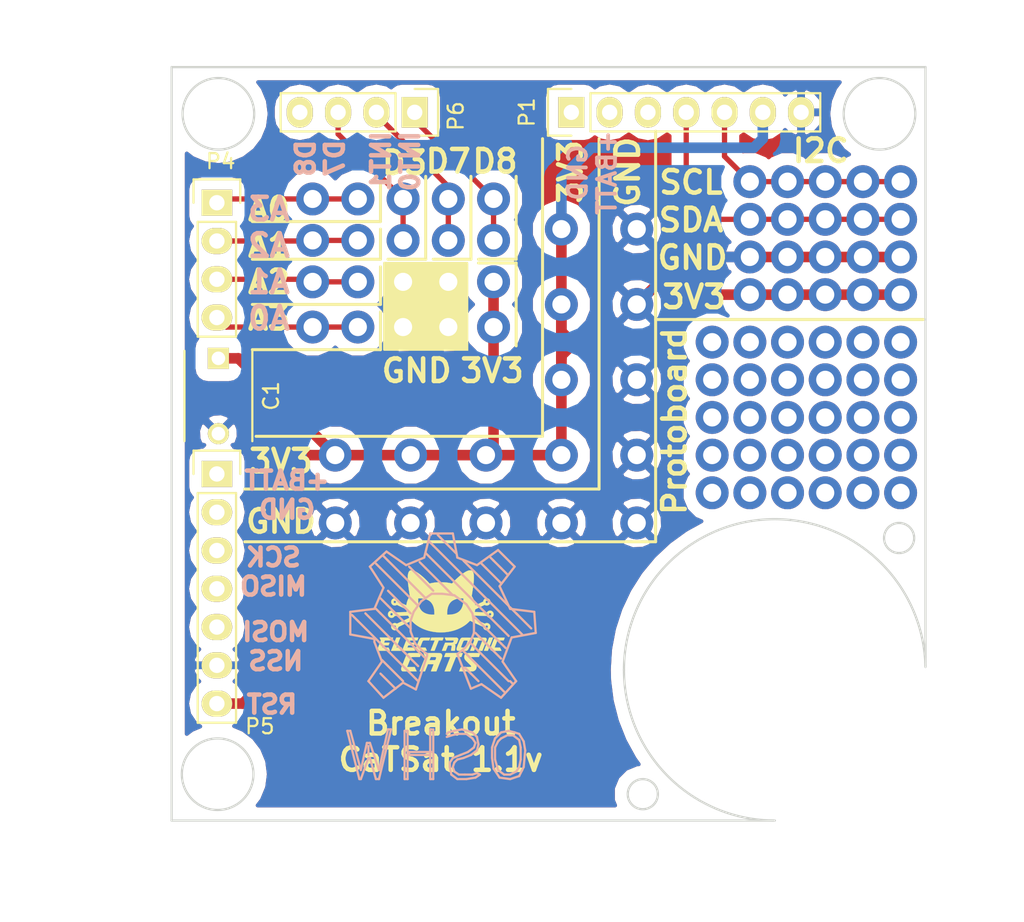
<source format=kicad_pcb>
(kicad_pcb (version 20171130) (host pcbnew "(5.0.0-3-g5ebb6b6)")
  (title_block (title CatSat) (date 2016-10-16) (rev 0.02) (company "Electronic Cats") (comment 1 "Eduardo Contreras"))
  (layers (0 F.Cu signal) (31 B.Cu signal) (34 B.Paste user) (35 F.Paste user) (36 B.SilkS user) (37 F.SilkS user) (38 B.Mask user) (39 F.Mask user) (44 Edge.Cuts user))
  (net 0 "")
  (net 1 GND)
  (net 2 +BATT)
  (net 3 /SCL)
  (net 4 /SDA)
  (net 5 /S_RX)
  (net 6 /S_TX)
  (net 7 /DHT/D6)
  (net 8 /A3)
  (net 9 /A2)
  (net 10 /A1)
  (net 11 /A0)
  (net 12 /SCK)
  (net 13 /MISO)
  (net 14 /MOSI)
  (net 15 /NSS)
  (net 16 /RST)
  (net 17 /INT0)
  (net 18 /INT1)
  (net 19 /D7)
  (net 20 /D8)
  (module CatSat:Pin (layer F.Cu) (at 150 92.5)
    (fp_text reference REF** hide)
    (fp_text value Pin hide)
    (pad 1 thru_hole circle (at 0 0) (size 2.1844 2.1844) (drill 1.2) (layers *.Cu *.Mask))
  )
  (module CatSat:Pin (layer F.Cu) (at 152.5 92.5)
    (fp_text reference REF** hide)
    (fp_text value Pin hide)
    (pad 1 thru_hole circle (at 0 0) (size 2.1844 2.1844) (drill 1.2) (layers *.Cu *.Mask))
  )
  (module Symbols:Symbol_OSHW-Logo_SilkScreen_BIG (layer B.Cu) (at 132 92 180)
    (fp_text reference REF**)
    (fp_text value Symbol_OSHW-Logo_SilkScreen_BIG)
  )
  (module CatSat:Pin (layer F.Cu) (at 145 85)
    (fp_text reference J29 hide)
    (fp_text value D7 hide)
    (pad 1 thru_hole circle (at 0 0) (size 2.1844 2.1844) (drill 1.2) (layers *.Cu *.Mask) (net 1 GND))
  )
  (module CatSat:Pin (layer F.Cu) (at 145 90)
    (fp_text reference J29 hide)
    (fp_text value D7 hide)
    (pad 1 thru_hole circle (at 0 0) (size 2.1844 2.1844) (drill 1.2) (layers *.Cu *.Mask) (net 1 GND))
  )
  (module CatSat:Pin (layer F.Cu) (at 145 95)
    (fp_text reference J29 hide)
    (fp_text value D7 hide)
    (pad 1 thru_hole circle (at 0 0) (size 2.1844 2.1844) (drill 1.2) (layers *.Cu *.Mask) (net 1 GND))
  )
  (module CatSat:Pin (layer F.Cu) (at 145 100)
    (fp_text reference J29 hide)
    (fp_text value D7 hide)
    (pad 1 thru_hole circle (at 0 0) (size 2.1844 2.1844) (drill 1.2) (layers *.Cu *.Mask) (net 1 GND))
  )
  (module CatSat:Pin (layer F.Cu) (at 145 104.5)
    (fp_text reference J29 hide)
    (fp_text value D7 hide)
    (pad 1 thru_hole circle (at 0 0) (size 2.1844 2.1844) (drill 1.2) (layers *.Cu *.Mask) (net 1 GND))
  )
  (module CatSat:Pin (layer F.Cu) (at 140 104.5)
    (fp_text reference J29 hide)
    (fp_text value D7 hide)
    (pad 1 thru_hole circle (at 0 0) (size 2.1844 2.1844) (drill 1.2) (layers *.Cu *.Mask) (net 1 GND))
  )
  (module CatSat:Pin (layer F.Cu) (at 135 104.5)
    (fp_text reference J29 hide)
    (fp_text value D7 hide)
    (pad 1 thru_hole circle (at 0 0) (size 2.1844 2.1844) (drill 1.2) (layers *.Cu *.Mask) (net 1 GND))
  )
  (module CatSat:Pin (layer F.Cu) (at 130 104.5)
    (fp_text reference J29 hide)
    (fp_text value D7 hide)
    (pad 1 thru_hole circle (at 0 0) (size 2.1844 2.1844) (drill 1.2) (layers *.Cu *.Mask) (net 1 GND))
  )
  (module CatSat:Pin (layer F.Cu) (at 140 85)
    (fp_text reference J14 hide)
    (fp_text value D7 hide)
    (pad 1 thru_hole circle (at 0 0) (size 2.1844 2.1844) (drill 1.2) (layers *.Cu *.Mask) (net 2 +BATT))
  )
  (module CatSat:Pin (layer F.Cu) (at 140 90)
    (fp_text reference J14 hide)
    (fp_text value D7 hide)
    (pad 1 thru_hole circle (at 0 0) (size 2.1844 2.1844) (drill 1.2) (layers *.Cu *.Mask) (net 2 +BATT))
  )
  (module CatSat:Pin (layer F.Cu) (at 140 95)
    (fp_text reference J14 hide)
    (fp_text value D7 hide)
    (pad 1 thru_hole circle (at 0 0) (size 2.1844 2.1844) (drill 1.2) (layers *.Cu *.Mask) (net 2 +BATT))
  )
  (module CatSat:Pin (layer F.Cu) (at 140 100)
    (fp_text reference J14 hide)
    (fp_text value D7 hide)
    (pad 1 thru_hole circle (at 0 0) (size 2.1844 2.1844) (drill 1.2) (layers *.Cu *.Mask) (net 2 +BATT))
  )
  (module CatSat:Pin (layer F.Cu) (at 135 100)
    (fp_text reference J14 hide)
    (fp_text value D7 hide)
    (pad 1 thru_hole circle (at 0 0) (size 2.1844 2.1844) (drill 1.2) (layers *.Cu *.Mask) (net 2 +BATT))
  )
  (module CatSat:Pin (layer F.Cu) (at 152.5 95 90)
    (fp_text reference REF** hide)
    (fp_text value Pin hide)
    (pad 1 thru_hole circle (at 0 0 90) (size 2.1844 2.1844) (drill 1.2) (layers *.Cu *.Mask))
  )
  (module CatSat:Pin (layer F.Cu) (at 152.5 97.5 90)
    (fp_text reference REF** hide)
    (fp_text value Pin hide)
    (pad 1 thru_hole circle (at 0 0 90) (size 2.1844 2.1844) (drill 1.2) (layers *.Cu *.Mask))
  )
  (module CatSat:Pin (layer F.Cu) (at 152.5 100 90)
    (fp_text reference REF** hide)
    (fp_text value Pin hide)
    (pad 1 thru_hole circle (at 0 0 90) (size 2.1844 2.1844) (drill 1.2) (layers *.Cu *.Mask))
  )
  (module CatSat:Pin (layer F.Cu) (at 152.5 102.5 90)
    (fp_text reference REF** hide)
    (fp_text value Pin hide)
    (pad 1 thru_hole circle (at 0 0 90) (size 2.1844 2.1844) (drill 1.2) (layers *.Cu *.Mask))
  )
  (module CatSat:Pin (layer F.Cu) (at 155 100)
    (fp_text reference REF** hide)
    (fp_text value Pin hide)
    (pad 1 thru_hole circle (at 0 0) (size 2.1844 2.1844) (drill 1.2) (layers *.Cu *.Mask))
  )
  (module CatSat:Pin (layer F.Cu) (at 157.5 100)
    (fp_text reference REF** hide)
    (fp_text value Pin hide)
    (pad 1 thru_hole circle (at 0 0) (size 2.1844 2.1844) (drill 1.2) (layers *.Cu *.Mask))
  )
  (module CatSat:Pin (layer F.Cu) (at 162.5 102.5)
    (fp_text reference REF** hide)
    (fp_text value Pin hide)
    (pad 1 thru_hole circle (at 0 0) (size 2.1844 2.1844) (drill 1.2) (layers *.Cu *.Mask))
  )
  (module CatSat:Pin (layer F.Cu) (at 160 102.5)
    (fp_text reference REF** hide)
    (fp_text value Pin hide)
    (pad 1 thru_hole circle (at 0 0) (size 2.1844 2.1844) (drill 1.2) (layers *.Cu *.Mask))
  )
  (module CatSat:Pin (layer F.Cu) (at 157.5 102.5)
    (fp_text reference REF** hide)
    (fp_text value Pin hide)
    (pad 1 thru_hole circle (at 0 0) (size 2.1844 2.1844) (drill 1.2) (layers *.Cu *.Mask))
  )
  (module CatSat:Pin (layer F.Cu) (at 155 102.5)
    (fp_text reference REF** hide)
    (fp_text value Pin hide)
    (pad 1 thru_hole circle (at 0 0) (size 2.1844 2.1844) (drill 1.2) (layers *.Cu *.Mask))
  )
  (module CatSat:Pin (layer F.Cu) (at 160 100)
    (fp_text reference REF** hide)
    (fp_text value Pin hide)
    (pad 1 thru_hole circle (at 0 0) (size 2.1844 2.1844) (drill 1.2) (layers *.Cu *.Mask))
  )
  (module CatSat:Pin (layer F.Cu) (at 162.5 100)
    (fp_text reference REF** hide)
    (fp_text value Pin hide)
    (pad 1 thru_hole circle (at 0 0) (size 2.1844 2.1844) (drill 1.2) (layers *.Cu *.Mask))
  )
  (module CatSat:Pin (layer F.Cu) (at 152.5 89.35)
    (fp_text reference J13 hide)
    (fp_text value D7 hide)
    (pad 1 thru_hole circle (at 0 0) (size 2.1844 2.1844) (drill 1.2) (layers *.Cu *.Mask) (net 2 +BATT))
  )
  (module CatSat:Pin (layer F.Cu) (at 155 89.35)
    (fp_text reference J13 hide)
    (fp_text value D7 hide)
    (pad 1 thru_hole circle (at 0 0) (size 2.1844 2.1844) (drill 1.2) (layers *.Cu *.Mask) (net 2 +BATT))
  )
  (module CatSat:Pin (layer F.Cu) (at 157.5 89.35)
    (fp_text reference J13 hide)
    (fp_text value D7 hide)
    (pad 1 thru_hole circle (at 0 0) (size 2.1844 2.1844) (drill 1.2) (layers *.Cu *.Mask) (net 2 +BATT))
  )
  (module CatSat:Pin (layer F.Cu) (at 160 89.35)
    (fp_text reference J13 hide)
    (fp_text value D7 hide)
    (pad 1 thru_hole circle (at 0 0) (size 2.1844 2.1844) (drill 1.2) (layers *.Cu *.Mask) (net 2 +BATT))
  )
  (module CatSat:Pin (layer F.Cu) (at 162.5 89.35)
    (fp_text reference J13 hide)
    (fp_text value D7 hide)
    (pad 1 thru_hole circle (at 0 0) (size 2.1844 2.1844) (drill 1.2) (layers *.Cu *.Mask) (net 2 +BATT))
  )
  (module CatSat:Pin (layer F.Cu) (at 152.5 86.85)
    (fp_text reference J28 hide)
    (fp_text value D7 hide)
    (pad 1 thru_hole circle (at 0 0) (size 2.1844 2.1844) (drill 1.2) (layers *.Cu *.Mask) (net 1 GND))
  )
  (module CatSat:Pin (layer F.Cu) (at 155 86.85)
    (fp_text reference J28 hide)
    (fp_text value D7 hide)
    (pad 1 thru_hole circle (at 0 0) (size 2.1844 2.1844) (drill 1.2) (layers *.Cu *.Mask) (net 1 GND))
  )
  (module CatSat:Pin (layer F.Cu) (at 157.5 86.85)
    (fp_text reference J28 hide)
    (fp_text value D7 hide)
    (pad 1 thru_hole circle (at 0 0) (size 2.1844 2.1844) (drill 1.2) (layers *.Cu *.Mask) (net 1 GND))
  )
  (module CatSat:Pin (layer F.Cu) (at 160 86.85)
    (fp_text reference J28 hide)
    (fp_text value D7 hide)
    (pad 1 thru_hole circle (at 0 0) (size 2.1844 2.1844) (drill 1.2) (layers *.Cu *.Mask) (net 1 GND))
  )
  (module CatSat:Pin (layer F.Cu) (at 132.5 88.5)
    (fp_text reference J27 hide)
    (fp_text value D7 hide)
    (pad 1 thru_hole circle (at 0 0) (size 2.1844 2.1844) (drill 1.2) (layers *.Cu *.Mask) (net 1 GND))
  )
  (module CatSat:Pin (layer F.Cu) (at 132.5 91.5)
    (fp_text reference J27 hide)
    (fp_text value D7 hide)
    (pad 1 thru_hole circle (at 0 0) (size 2.1844 2.1844) (drill 1.2) (layers *.Cu *.Mask) (net 1 GND))
  )
  (module CatSat:Pin (layer F.Cu) (at 130 100)
    (fp_text reference J14 hide)
    (fp_text value D7 hide)
    (pad 1 thru_hole circle (at 0 0) (size 2.1844 2.1844) (drill 1.2) (layers *.Cu *.Mask) (net 2 +BATT))
  )
  (module CatSat:Pin (layer F.Cu) (at 162.5 95)
    (fp_text reference REF** hide)
    (fp_text value Pin hide)
    (pad 1 thru_hole circle (at 0 0) (size 2.1844 2.1844) (drill 1.2) (layers *.Cu *.Mask))
  )
  (module CatSat:Pin (layer F.Cu) (at 162.5 97.5)
    (fp_text reference REF** hide)
    (fp_text value Pin hide)
    (pad 1 thru_hole circle (at 0 0) (size 2.1844 2.1844) (drill 1.2) (layers *.Cu *.Mask))
  )
  (module CatSat:Pin (layer F.Cu) (at 150 95 90)
    (fp_text reference REF** hide)
    (fp_text value Pin hide)
    (pad 1 thru_hole circle (at 0 0 90) (size 2.1844 2.1844) (drill 1.2) (layers *.Cu *.Mask))
  )
  (module CatSat:Pin (layer F.Cu) (at 162.5 92.5)
    (fp_text reference REF** hide)
    (fp_text value Pin hide)
    (pad 1 thru_hole circle (at 0 0) (size 2.1844 2.1844) (drill 1.2) (layers *.Cu *.Mask))
  )
  (module CatSat:Pin (layer F.Cu) (at 160 92.5)
    (fp_text reference REF** hide)
    (fp_text value Pin hide)
    (pad 1 thru_hole circle (at 0 0) (size 2.1844 2.1844) (drill 1.2) (layers *.Cu *.Mask))
  )
  (module CatSat:Pin (layer F.Cu) (at 157.5 92.5)
    (fp_text reference REF** hide)
    (fp_text value Pin hide)
    (pad 1 thru_hole circle (at 0 0) (size 2.1844 2.1844) (drill 1.2) (layers *.Cu *.Mask))
  )
  (module CatSat:Pin (layer F.Cu) (at 155 92.5)
    (fp_text reference REF** hide)
    (fp_text value Pin hide)
    (pad 1 thru_hole circle (at 0 0) (size 2.1844 2.1844) (drill 1.2) (layers *.Cu *.Mask))
  )
  (module CatSat:Pin (layer F.Cu) (at 150 100 90)
    (fp_text reference REF** hide)
    (fp_text value Pin hide)
    (pad 1 thru_hole circle (at 0 0 90) (size 2.1844 2.1844) (drill 1.2) (layers *.Cu *.Mask))
  )
  (module CatSat:Pin (layer F.Cu) (at 150 102.5 90)
    (fp_text reference REF** hide)
    (fp_text value Pin hide)
    (pad 1 thru_hole circle (at 0 0 90) (size 2.1844 2.1844) (drill 1.2) (layers *.Cu *.Mask))
  )
  (module CatSat:Pin (layer F.Cu) (at 150 97.5 90)
    (fp_text reference REF** hide)
    (fp_text value Pin hide)
    (pad 1 thru_hole circle (at 0 0 90) (size 2.1844 2.1844) (drill 1.2) (layers *.Cu *.Mask))
  )
  (module CatSat:Pin (layer F.Cu) (at 160 97.5)
    (fp_text reference REF** hide)
    (fp_text value Pin hide)
    (pad 1 thru_hole circle (at 0 0) (size 2.1844 2.1844) (drill 1.2) (layers *.Cu *.Mask))
  )
  (module CatSat:Pin (layer F.Cu) (at 157.5 97.5)
    (fp_text reference REF** hide)
    (fp_text value Pin hide)
    (pad 1 thru_hole circle (at 0 0) (size 2.1844 2.1844) (drill 1.2) (layers *.Cu *.Mask))
  )
  (module CatSat:Pin (layer F.Cu) (at 155 97.5)
    (fp_text reference REF** hide)
    (fp_text value Pin hide)
    (pad 1 thru_hole circle (at 0 0) (size 2.1844 2.1844) (drill 1.2) (layers *.Cu *.Mask))
  )
  (module CatSat:Pin (layer F.Cu) (at 160 95)
    (fp_text reference REF** hide)
    (fp_text value Pin hide)
    (pad 1 thru_hole circle (at 0 0) (size 2.1844 2.1844) (drill 1.2) (layers *.Cu *.Mask))
  )
  (module CatSat:Pin (layer F.Cu) (at 157.5 95)
    (fp_text reference REF** hide)
    (fp_text value Pin hide)
    (pad 1 thru_hole circle (at 0 0) (size 2.1844 2.1844) (drill 1.2) (layers *.Cu *.Mask))
  )
  (module Pin_Headers:Pin_Header_Straight_1x04 (layer F.Cu) (at 130.27 77.25 270)
    (fp_text reference P6 (at 0.25 -2.73 270) (layer F.SilkS))
    (fp_text value Conn_01x04_Male)
    (pad 1 thru_hole rect (at 0 0 270) (size 2.032 1.7272) (drill 1.016) (layers *.Cu *.Mask F.SilkS) (net 20 /D8))
    (pad 2 thru_hole oval (at 0 2.54 270) (size 2.032 1.7272) (drill 1.016) (layers *.Cu *.Mask F.SilkS) (net 19 /D7))
    (pad 3 thru_hole oval (at 0 5.08 270) (size 2.032 1.7272) (drill 1.016) (layers *.Cu *.Mask F.SilkS) (net 18 /INT1))
    (pad 4 thru_hole oval (at 0 7.62 270) (size 2.032 1.7272) (drill 1.016) (layers *.Cu *.Mask F.SilkS) (net 17 /INT0))
  )
  (module Pin_Headers:Pin_Header_Straight_1x07 (layer F.Cu) (at 117.15 101.25)
    (fp_text reference P5 (at 2.85 16.75) (layer F.SilkS))
    (fp_text value Conn_01x07_Male)
    (pad 1 thru_hole rect (at 0 0) (size 2.032 1.7272) (drill 1.016) (layers *.Cu *.Mask F.SilkS) (net 16 /RST))
    (pad 2 thru_hole oval (at 0 2.54) (size 2.032 1.7272) (drill 1.016) (layers *.Cu *.Mask F.SilkS) (net 15 /NSS))
    (pad 3 thru_hole oval (at 0 5.08) (size 2.032 1.7272) (drill 1.016) (layers *.Cu *.Mask F.SilkS) (net 14 /MOSI))
    (pad 4 thru_hole oval (at 0 7.62) (size 2.032 1.7272) (drill 1.016) (layers *.Cu *.Mask F.SilkS) (net 13 /MISO))
    (pad 5 thru_hole oval (at 0 10.16) (size 2.032 1.7272) (drill 1.016) (layers *.Cu *.Mask F.SilkS) (net 12 /SCK))
    (pad 6 thru_hole oval (at 0 12.7) (size 2.032 1.7272) (drill 1.016) (layers *.Cu *.Mask F.SilkS) (net 1 GND))
    (pad 7 thru_hole oval (at 0 15.24) (size 2.032 1.7272) (drill 1.016) (layers *.Cu *.Mask F.SilkS) (net 2 +BATT))
  )
  (module Pin_Headers:Pin_Header_Straight_1x07 (layer F.Cu) (at 140.66 77.25 90)
    (fp_text reference P1 (at 0 -2.95 90) (layer F.SilkS))
    (fp_text value Conn_01x07_Male)
    (pad 1 thru_hole rect (at 0 0 90) (size 2.032 1.7272) (drill 1.016) (layers *.Cu *.Mask F.SilkS) (net 7 /DHT/D6))
    (pad 2 thru_hole oval (at 0 2.54 90) (size 2.032 1.7272) (drill 1.016) (layers *.Cu *.Mask F.SilkS) (net 6 /S_TX))
    (pad 3 thru_hole oval (at 0 5.08 90) (size 2.032 1.7272) (drill 1.016) (layers *.Cu *.Mask F.SilkS) (net 5 /S_RX))
    (pad 4 thru_hole oval (at 0 7.62 90) (size 2.032 1.7272) (drill 1.016) (layers *.Cu *.Mask F.SilkS) (net 4 /SDA))
    (pad 5 thru_hole oval (at 0 10.16 90) (size 2.032 1.7272) (drill 1.016) (layers *.Cu *.Mask F.SilkS) (net 3 /SCL))
    (pad 6 thru_hole oval (at 0 12.7 90) (size 2.032 1.7272) (drill 1.016) (layers *.Cu *.Mask F.SilkS) (net 2 +BATT))
    (pad 7 thru_hole oval (at 0 15.24 90) (size 2.032 1.7272) (drill 1.016) (layers *.Cu *.Mask F.SilkS) (net 1 GND))
  )
  (module Pin_Headers:Pin_Header_Straight_1x04 (layer F.Cu) (at 117.15 83.25)
    (fp_text reference P4 (at 0.25 -2.75) (layer F.SilkS))
    (fp_text value Conn_01x04_Male)
    (pad 1 thru_hole rect (at 0 0) (size 2.032 1.7272) (drill 1.016) (layers *.Cu *.Mask F.SilkS) (net 11 /A0))
    (pad 2 thru_hole oval (at 0 2.54) (size 2.032 1.7272) (drill 1.016) (layers *.Cu *.Mask F.SilkS) (net 10 /A1))
    (pad 3 thru_hole oval (at 0 5.08) (size 2.032 1.7272) (drill 1.016) (layers *.Cu *.Mask F.SilkS) (net 9 /A2))
    (pad 4 thru_hole oval (at 0 7.62) (size 2.032 1.7272) (drill 1.016) (layers *.Cu *.Mask F.SilkS) (net 8 /A3))
  )
  (module Capacitors_ThroughHole:C_Disc_D6_P5 (layer F.Cu) (at 117.25 93.575 270)
    (fp_text reference C1 (at 2.5 -3.5 270) (layer F.SilkS))
    (fp_text value 0.1uF)
    (pad 1 thru_hole rect (at 0 0 270) (size 1.4 1.4) (drill 0.9) (layers *.Cu *.Mask F.SilkS) (net 2 +BATT))
    (pad 2 thru_hole circle (at 5 0 270) (size 1.4 1.4) (drill 0.9) (layers *.Cu *.Mask F.SilkS) (net 1 GND))
  )
  (module theinventorhouse:electronic_cats_logo_8x6 (layer F.Cu) (at 132 111)
    (fp_text reference G*** hide)
    (fp_text value LOGO hide)
  )
  (module CatSat:Pin (layer F.Cu) (at 155 95)
    (fp_text reference REF** hide)
    (fp_text value Pin hide)
    (pad 1 thru_hole circle (at 0 0) (size 2.1844 2.1844) (drill 1.2) (layers *.Cu *.Mask))
  )
  (module CatSat:Pin (layer F.Cu) (at 126.5 91.5)
    (fp_text reference J1 hide)
    (fp_text value D7 hide)
    (pad 1 thru_hole circle (at 0 0) (size 2.1844 2.1844) (drill 1.2) (layers *.Cu *.Mask) (net 8 /A3))
  )
  (module CatSat:Pin (layer F.Cu) (at 129.5 83)
    (fp_text reference J2 hide)
    (fp_text value D7 hide)
    (pad 1 thru_hole circle (at 0 0) (size 2.1844 2.1844) (drill 1.2) (layers *.Cu *.Mask) (net 18 /INT1))
  )
  (module CatSat:Pin (layer F.Cu) (at 129.5 85.75)
    (fp_text reference J3 hide)
    (fp_text value D7 hide)
    (pad 1 thru_hole circle (at 0 0) (size 2.1844 2.1844) (drill 1.2) (layers *.Cu *.Mask) (net 18 /INT1))
  )
  (module CatSat:Pin (layer F.Cu) (at 126.5 85.75)
    (fp_text reference J4 hide)
    (fp_text value D7 hide)
    (pad 1 thru_hole circle (at 0 0) (size 2.1844 2.1844) (drill 1.2) (layers *.Cu *.Mask) (net 10 /A1))
  )
  (module CatSat:Pin (layer F.Cu) (at 126.5 88.5)
    (fp_text reference J5 hide)
    (fp_text value D7 hide)
    (pad 1 thru_hole circle (at 0 0) (size 2.1844 2.1844) (drill 1.2) (layers *.Cu *.Mask) (net 9 /A2))
  )
  (module CatSat:Pin (layer F.Cu) (at 123.5 85.75)
    (fp_text reference J6 hide)
    (fp_text value D7 hide)
    (pad 1 thru_hole circle (at 0 0) (size 2.1844 2.1844) (drill 1.2) (layers *.Cu *.Mask) (net 10 /A1))
  )
  (module CatSat:Pin (layer F.Cu) (at 123.5 88.5)
    (fp_text reference J7 hide)
    (fp_text value D7 hide)
    (pad 1 thru_hole circle (at 0 0) (size 2.1844 2.1844) (drill 1.2) (layers *.Cu *.Mask) (net 9 /A2))
  )
  (module CatSat:Pin (layer F.Cu) (at 123.5 83)
    (fp_text reference J8 hide)
    (fp_text value D7 hide)
    (pad 1 thru_hole circle (at 0 0) (size 2.1844 2.1844) (drill 1.2) (layers *.Cu *.Mask) (net 11 /A0))
  )
  (module CatSat:Pin (layer F.Cu) (at 126.5 83)
    (fp_text reference J9 hide)
    (fp_text value D7 hide)
    (pad 1 thru_hole circle (at 0 0) (size 2.1844 2.1844) (drill 1.2) (layers *.Cu *.Mask) (net 11 /A0))
  )
  (module CatSat:Pin (layer F.Cu) (at 123.5 91.5)
    (fp_text reference J10 hide)
    (fp_text value D7 hide)
    (pad 1 thru_hole circle (at 0 0) (size 2.1844 2.1844) (drill 1.2) (layers *.Cu *.Mask) (net 8 /A3))
  )
  (module CatSat:Pin (layer F.Cu) (at 132.5 83)
    (fp_text reference J11 hide)
    (fp_text value D7 hide)
    (pad 1 thru_hole circle (at 0 0) (size 2.1844 2.1844) (drill 1.2) (layers *.Cu *.Mask) (net 19 /D7))
  )
  (module CatSat:Pin (layer F.Cu) (at 132.5 85.75)
    (fp_text reference J12 hide)
    (fp_text value D7 hide)
    (pad 1 thru_hole circle (at 0 0) (size 2.1844 2.1844) (drill 1.2) (layers *.Cu *.Mask) (net 19 /D7))
  )
  (module CatSat:Pin (layer F.Cu) (at 125 100)
    (fp_text reference J14 hide)
    (fp_text value D7 hide)
    (pad 1 thru_hole circle (at 0 0) (size 2.1844 2.1844) (drill 1.2) (layers *.Cu *.Mask) (net 2 +BATT))
  )
  (module CatSat:Pin (layer F.Cu) (at 135.5 91.5)
    (fp_text reference J16 hide)
    (fp_text value D7 hide)
    (pad 1 thru_hole circle (at 0 0) (size 2.1844 2.1844) (drill 1.2) (layers *.Cu *.Mask) (net 2 +BATT))
  )
  (module CatSat:Pin (layer F.Cu) (at 135.5 88.5)
    (fp_text reference J17 hide)
    (fp_text value D7 hide)
    (pad 1 thru_hole circle (at 0 0) (size 2.1844 2.1844) (drill 1.2) (layers *.Cu *.Mask) (net 2 +BATT))
  )
  (module CatSat:Pin (layer F.Cu) (at 157.5 81.85)
    (fp_text reference J18 hide)
    (fp_text value D7 hide)
    (pad 1 thru_hole circle (at 0 0) (size 2.1844 2.1844) (drill 1.2) (layers *.Cu *.Mask) (net 3 /SCL))
  )
  (module CatSat:Pin (layer F.Cu) (at 155 81.85)
    (fp_text reference J19 hide)
    (fp_text value D7 hide)
    (pad 1 thru_hole circle (at 0 0) (size 2.1844 2.1844) (drill 1.2) (layers *.Cu *.Mask) (net 3 /SCL))
  )
  (module CatSat:Pin (layer F.Cu) (at 152.5 81.85)
    (fp_text reference J20 hide)
    (fp_text value D7 hide)
    (pad 1 thru_hole circle (at 0 0) (size 2.1844 2.1844) (drill 1.2) (layers *.Cu *.Mask) (net 3 /SCL))
  )
  (module CatSat:Pin (layer F.Cu) (at 162.5 81.85)
    (fp_text reference J21 hide)
    (fp_text value D7 hide)
    (pad 1 thru_hole circle (at 0 0) (size 2.1844 2.1844) (drill 1.2) (layers *.Cu *.Mask) (net 3 /SCL))
  )
  (module CatSat:Pin (layer F.Cu) (at 160 81.85)
    (fp_text reference J22 hide)
    (fp_text value D7 hide)
    (pad 1 thru_hole circle (at 0 0) (size 2.1844 2.1844) (drill 1.2) (layers *.Cu *.Mask) (net 3 /SCL))
  )
  (module CatSat:Pin (layer F.Cu) (at 135.5 85.75)
    (fp_text reference J23 hide)
    (fp_text value D7 hide)
    (pad 1 thru_hole circle (at 0 0) (size 2.1844 2.1844) (drill 1.2) (layers *.Cu *.Mask) (net 20 /D8))
  )
  (module CatSat:Pin (layer F.Cu) (at 135.5 83)
    (fp_text reference J24 hide)
    (fp_text value D7 hide)
    (pad 1 thru_hole circle (at 0 0) (size 2.1844 2.1844) (drill 1.2) (layers *.Cu *.Mask) (net 20 /D8))
  )
  (module CatSat:Pin (layer F.Cu) (at 129.5 88.5)
    (fp_text reference J26 hide)
    (fp_text value D7 hide)
    (pad 1 thru_hole circle (at 0 0) (size 2.1844 2.1844) (drill 1.2) (layers *.Cu *.Mask) (net 1 GND))
  )
  (module CatSat:Pin (layer F.Cu) (at 129.5 91.5)
    (fp_text reference J27 hide)
    (fp_text value D7 hide)
    (pad 1 thru_hole circle (at 0 0) (size 2.1844 2.1844) (drill 1.2) (layers *.Cu *.Mask) (net 1 GND))
  )
  (module CatSat:Pin (layer F.Cu) (at 162.5 86.85)
    (fp_text reference J28 hide)
    (fp_text value D7 hide)
    (pad 1 thru_hole circle (at 0 0) (size 2.1844 2.1844) (drill 1.2) (layers *.Cu *.Mask) (net 1 GND))
  )
  (module CatSat:Pin (layer F.Cu) (at 125 104.5)
    (fp_text reference J29 hide)
    (fp_text value D7 hide)
    (pad 1 thru_hole circle (at 0 0) (size 2.1844 2.1844) (drill 1.2) (layers *.Cu *.Mask) (net 1 GND))
  )
  (module CatSat:Pin (layer F.Cu) (at 152.5 84.35)
    (fp_text reference J30 hide)
    (fp_text value D7 hide)
    (pad 1 thru_hole circle (at 0 0) (size 2.1844 2.1844) (drill 1.2) (layers *.Cu *.Mask) (net 4 /SDA))
  )
  (module CatSat:Pin (layer F.Cu) (at 160 84.35)
    (fp_text reference J31 hide)
    (fp_text value D7 hide)
    (pad 1 thru_hole circle (at 0 0) (size 2.1844 2.1844) (drill 1.2) (layers *.Cu *.Mask) (net 4 /SDA))
  )
  (module CatSat:Pin (layer F.Cu) (at 162.5 84.35)
    (fp_text reference J32 hide)
    (fp_text value D7 hide)
    (pad 1 thru_hole circle (at 0 0) (size 2.1844 2.1844) (drill 1.2) (layers *.Cu *.Mask) (net 4 /SDA))
  )
  (module CatSat:Pin (layer F.Cu) (at 157.5 84.35)
    (fp_text reference J33 hide)
    (fp_text value D7 hide)
    (pad 1 thru_hole circle (at 0 0) (size 2.1844 2.1844) (drill 1.2) (layers *.Cu *.Mask) (net 4 /SDA))
  )
  (module CatSat:Pin (layer F.Cu) (at 155 84.35)
    (fp_text reference J34 hide)
    (fp_text value D7 hide)
    (pad 1 thru_hole circle (at 0 0) (size 2.1844 2.1844) (drill 1.2) (layers *.Cu *.Mask) (net 4 /SDA))
  )
  (gr_text Protoboard (at 147.5 97.75 90) (layer F.SilkS) (effects (font (size 1.5 1.5) (thickness 0.3))))
  (gr_line (start 146.25 91) (end 164 91) (layer F.SilkS) (width 0.2))
  (gr_text I2C (at 157.2 79.8) (layer F.SilkS) (effects (font (size 1.5 1.5) (thickness 0.3))))
  (gr_text 3V3 (at 140.6 81.2 90) (layer F.SilkS) (effects (font (size 1.5 1.5) (thickness 0.3))))
  (gr_text GND (at 144.4 81.2 90) (layer F.SilkS) (effects (font (size 1.5 1.5) (thickness 0.3))))
  (gr_text GND (at 121.4 104.4) (layer F.SilkS) (effects (font (size 1.5 1.5) (thickness 0.3))))
  (gr_text 3V3 (at 121.4 100.4) (layer F.SilkS) (effects (font (size 1.5 1.5) (thickness 0.3))))
  (gr_text 3V3 (at 135.4 94.4) (layer F.SilkS) (effects (font (size 1.5 1.5) (thickness 0.3))))
  (gr_line (start 138.75 98.75) (end 138.75 79) (layer F.SilkS) (width 0.2))
  (gr_line (start 119.75 98.75) (end 138.75 98.75) (layer F.SilkS) (width 0.2))
  (gr_line (start 146.25 105.75) (end 119 105.75) (layer F.SilkS) (width 0.2))
  (gr_line (start 146.25 78.5) (end 146.25 105.75) (layer F.SilkS) (width 0.2))
  (gr_text 3V3 (at 148.8 89.5) (layer F.SilkS) (effects (font (size 1.5 1.5) (thickness 0.3))))
  (gr_text GND (at 148.7 86.9) (layer F.SilkS) (effects (font (size 1.5 1.5) (thickness 0.3))))
  (gr_text SDA (at 148.6 84.4) (layer F.SilkS) (effects (font (size 1.5 1.5) (thickness 0.3))))
  (gr_text SCL (at 148.6 81.9) (layer F.SilkS) (effects (font (size 1.5 1.5) (thickness 0.3))))
  (gr_line (start 142.5 102.25) (end 142.5 79) (layer F.SilkS) (width 0.2))
  (gr_line (start 119 102.25) (end 142.5 102.25) (layer F.SilkS) (width 0.2))
  (gr_line (start 137 87.25) (end 137 92.75) (layer F.SilkS) (width 0.2))
  (gr_line (start 134.5 87.25) (end 137 87.25) (layer F.SilkS) (width 0.2))
  (gr_text GND (at 130.4 94.4) (layer F.SilkS) (effects (font (size 1.5 1.5) (thickness 0.3))))
  (gr_poly (pts (xy 128.25 93) (xy 133.75 93) (xy 133.75 87.25) (xy 128.25 87.25)) (layer F.SilkS) (width 0.15))
  (gr_text D8 (at 135.6 80.5) (layer F.SilkS) (effects (font (size 1.5 1.5) (thickness 0.3))))
  (gr_line (start 137 87) (end 137 81.5) (layer F.SilkS) (width 0.2))
  (gr_line (start 134.5 87) (end 137 87) (layer F.SilkS) (width 0.2))
  (gr_line (start 134 87) (end 131.5 87) (layer F.SilkS) (width 0.2))
  (gr_line (start 134 81.5) (end 134 87) (layer F.SilkS) (width 0.2))
  (gr_line (start 131 87) (end 128.5 87) (layer F.SilkS) (width 0.2))
  (gr_line (start 131 81.5) (end 131 87) (layer F.SilkS) (width 0.2))
  (gr_text D7 (at 132.5 80.5) (layer F.SilkS) (effects (font (size 1.5 1.5) (thickness 0.3))))
  (gr_text D3 (at 129.6 80.6) (layer F.SilkS) (effects (font (size 1.5 1.5) (thickness 0.3))))
  (gr_line (start 128 93) (end 128 90.5) (layer F.SilkS) (width 0.2))
  (gr_line (start 119.5 93) (end 128 93) (layer F.SilkS) (width 0.2))
  (gr_line (start 128 90) (end 128 87.5) (layer F.SilkS) (width 0.2))
  (gr_line (start 119.5 90) (end 128 90) (layer F.SilkS) (width 0.2))
  (gr_line (start 128 87) (end 128 85) (layer F.SilkS) (width 0.2))
  (gr_line (start 119.5 87) (end 128 87) (layer F.SilkS) (width 0.2))
  (gr_line (start 128 84.5) (end 128 82) (layer F.SilkS) (width 0.2))
  (gr_line (start 119.5 84.5) (end 128 84.5) (layer F.SilkS) (width 0.2))
  (gr_text "A0\nA1\nA2\nA3" (at 120.6 87.3) (layer F.SilkS) (effects (font (size 1.5 1.5) (thickness 0.3))))
  (gr_text "+BATT\nGND" (at 121.8 102.65) (layer B.SilkS) (effects (font (size 1.2 1.2) (thickness 0.3)) (justify mirror)))
  (gr_text "INT1\nINT0" (at 129 80.5 90) (layer B.SilkS) (effects (font (size 1.2 1.2) (thickness 0.3)) (justify mirror)))
  (gr_circle (center 117.2 121.175) (end 119.575 121.175) (layer Edge.Cuts) (width 0.15))
  (gr_circle (center 117.25 77.35) (end 114.875 77.35) (layer Edge.Cuts) (width 0.15))
  (gr_circle (center 161.1 77.35) (end 163.475 77.35) (layer Edge.Cuts) (width 0.15))
  (gr_text "GND\n+BATT" (at 142.05 81.25 90) (layer B.SilkS) (effects (font (size 1.2 1.2) (thickness 0.25)) (justify mirror)))
  (gr_text "D8\nD7" (at 124 80.3 90) (layer B.SilkS) (effects (font (size 1.2 1.2) (thickness 0.3)) (justify mirror)))
  (gr_text RST (at 120.8 116.55) (layer B.SilkS) (effects (font (size 1.2 1.2) (thickness 0.3)) (justify mirror)))
  (gr_text "MOSI\nNSS" (at 121.05 112.7) (layer B.SilkS) (effects (font (size 1.2 1.2) (thickness 0.3)) (justify mirror)))
  (gr_text "SCK\nMISO\n" (at 120.9 107.75) (layer B.SilkS) (effects (font (size 1.2 1.2) (thickness 0.3)) (justify mirror)))
  (gr_text "A3\nA2\nA1\nA0" (at 120.6 87.3) (layer B.SilkS) (effects (font (size 1.5 1.5) (thickness 0.3)) (justify mirror)))
  (gr_text "Breakout\nCaTSat 1.1v" (at 132 119) (layer F.SilkS) (effects (font (size 1.5 1.5) (thickness 0.3))))
  (gr_arc (start 154.15 114.25) (end 144.15 114.25) (angle 178.8542372) (layer Edge.Cuts) (width 0.15))
  (gr_circle (center 162.4 105.5) (end 163.4 105.5) (layer Edge.Cuts) (width 0.15))
  (gr_circle (center 145.4 122.5) (end 146.4 122.5) (layer Edge.Cuts) (width 0.15))
  (gr_line (start 164.15 74.25) (end 164.15 114.05) (layer Edge.Cuts) (width 0.15))
  (gr_line (start 154.15 124.25) (end 114.15 124.25) (layer Edge.Cuts) (width 0.15))
  (gr_arc (start 154.15 114.25) (end 154.15 124.25) (angle 90) (layer Edge.Cuts) (width 0.15))
  (gr_line (start 114.15 124.25) (end 114.15 74.25) (layer Edge.Cuts) (width 0.15))
  (gr_line (start 114.15 74.25) (end 164.15 74.25) (layer Edge.Cuts) (width 0.15))
  (segment (start 145.75 89.25) (end 145 90) (width 0.7) (layer B.Cu) (net 1))
  (segment (start 148.15 86.85) (end 145 90) (width 0.7) (layer F.Cu) (net 1))
  (segment (start 152.5 86.85) (end 148.15 86.85) (width 0.7) (layer F.Cu) (net 1))
  (segment (start 146.85 86.85) (end 145 85) (width 0.7) (layer B.Cu) (net 1))
  (segment (start 152.5 86.85) (end 146.85 86.85) (width 0.7) (layer B.Cu) (net 1))
  (segment (start 152.5 86.85) (end 155 86.85) (width 0.7) (layer F.Cu) (net 1))
  (segment (start 155 86.85) (end 157.5 86.85) (width 0.7) (layer F.Cu) (net 1))
  (segment (start 157.5 86.85) (end 160 86.85) (width 0.7) (layer F.Cu) (net 1))
  (segment (start 162.5 86.85) (end 160 86.85) (width 0.7) (layer F.Cu) (net 1))
  (segment (start 162.5 89.35) (end 152.5 89.35) (width 0.5) (layer F.Cu) (net 2))
  (segment (start 125 100) (end 130 100) (width 0.7) (layer F.Cu) (net 2))
  (segment (start 130 100) (end 135 100) (width 0.7) (layer F.Cu) (net 2))
  (segment (start 135 100) (end 140 100) (width 0.7) (layer F.Cu) (net 2))
  (segment (start 140 100) (end 140 95) (width 0.7) (layer F.Cu) (net 2))
  (segment (start 140 95) (end 140 89) (width 0.7) (layer F.Cu) (net 2))
  (segment (start 140 89) (end 140 85) (width 0.7) (layer F.Cu) (net 2))
  (segment (start 135.5 91.5) (end 135.5 88.5) (width 0.7) (layer F.Cu) (net 2))
  (segment (start 135.5 99.5) (end 135 100) (width 0.7) (layer F.Cu) (net 2))
  (segment (start 135.5 91.5) (end 135.5 99.5) (width 0.7) (layer F.Cu) (net 2))
  (segment (start 140 93.6) (end 140 93.4) (width 0.7) (layer F.Cu) (net 2))
  (segment (start 140.8 92.6) (end 140 92.6) (width 0.7) (layer F.Cu) (net 2))
  (segment (start 140 93.4) (end 140.8 92.6) (width 0.7) (layer F.Cu) (net 2))
  (segment (start 140 92.6) (end 140 93.6) (width 0.7) (layer F.Cu) (net 2))
  (segment (start 140 93.6) (end 140 95) (width 0.7) (layer F.Cu) (net 2))
  (segment (start 140.8 92.6) (end 140 91.8) (width 0.7) (layer F.Cu) (net 2))
  (segment (start 140 91.8) (end 140 92.6) (width 0.7) (layer F.Cu) (net 2))
  (segment (start 140 90) (end 140 91.8) (width 0.7) (layer F.Cu) (net 2))
  (segment (start 160 89.35) (end 157.5 89.35) (width 0.7) (layer F.Cu) (net 2))
  (segment (start 162.5 89.35) (end 160 89.35) (width 0.7) (layer F.Cu) (net 2))
  (segment (start 140 85) (end 140 81.6) (width 0.7) (layer B.Cu) (net 2))
  (segment (start 140 81.6) (end 142 79.6) (width 0.7) (layer B.Cu) (net 2))
  (segment (start 142 79.6) (end 152.76 79.6) (width 0.7) (layer B.Cu) (net 2))
  (segment (start 152.76 79.6) (end 153.36 79) (width 0.7) (layer B.Cu) (net 2))
  (segment (start 153.36 79) (end 153.36 77.25) (width 0.7) (layer B.Cu) (net 2))
  (segment (start 152.5 89.35) (end 155 89.35) (width 0.7) (layer F.Cu) (net 2))
  (segment (start 155 89.35) (end 157.5 89.35) (width 0.7) (layer F.Cu) (net 2))
  (segment (start 148.65 89.35) (end 152.5 89.35) (width 0.7) (layer F.Cu) (net 2))
  (segment (start 147.5 90.5) (end 148.65 89.35) (width 0.7) (layer F.Cu) (net 2))
  (segment (start 147.5 91.5) (end 147.5 90.5) (width 0.7) (layer F.Cu) (net 2))
  (segment (start 146.4 92.6) (end 147.5 91.5) (width 0.7) (layer F.Cu) (net 2))
  (segment (start 140.8 92.6) (end 146.4 92.6) (width 0.7) (layer F.Cu) (net 2))
  (segment (start 118.575 93.575) (end 117.25 93.575) (width 0.7) (layer F.Cu) (net 2))
  (segment (start 125 100) (end 118.575 93.575) (width 0.7) (layer F.Cu) (net 2))
  (segment (start 117.15 116.49) (end 118.866 116.49) (width 0.7) (layer F.Cu) (net 2))
  (segment (start 118.866 116.49) (end 121.5 113.856) (width 0.7) (layer F.Cu) (net 2))
  (segment (start 122.5 100) (end 125 100) (width 0.7) (layer F.Cu) (net 2))
  (segment (start 121.5 101) (end 122.5 100) (width 0.7) (layer F.Cu) (net 2))
  (segment (start 121.5 113.856) (end 121.5 101) (width 0.7) (layer F.Cu) (net 2))
  (segment (start 152.5 81.85) (end 155 81.85) (width 0.35) (layer F.Cu) (net 3))
  (segment (start 155 81.85) (end 157.5 81.85) (width 0.35) (layer F.Cu) (net 3))
  (segment (start 157.5 81.85) (end 160 81.85) (width 0.35) (layer F.Cu) (net 3))
  (segment (start 160 81.85) (end 162.5 81.85) (width 0.35) (layer F.Cu) (net 3))
  (segment (start 150.82 80.17) (end 150.82 77.25) (width 0.35) (layer F.Cu) (net 3))
  (segment (start 152.5 81.85) (end 150.82 80.17) (width 0.35) (layer F.Cu) (net 3))
  (segment (start 162.5 84.35) (end 160 84.35) (width 0.35) (layer F.Cu) (net 4))
  (segment (start 160 84.35) (end 157.5 84.35) (width 0.35) (layer F.Cu) (net 4))
  (segment (start 157.5 84.35) (end 155 84.35) (width 0.35) (layer F.Cu) (net 4))
  (segment (start 152.5 84.35) (end 155 84.35) (width 0.35) (layer F.Cu) (net 4))
  (segment (start 149.23 84.35) (end 148.28 83.4) (width 0.35) (layer F.Cu) (net 4))
  (segment (start 152.5 84.35) (end 149.23 84.35) (width 0.35) (layer F.Cu) (net 4))
  (segment (start 148.28 77.25) (end 148.28 83.4) (width 0.35) (layer F.Cu) (net 4))
  (segment (start 123.5 91.5) (end 126.5 91.5) (width 0.35) (layer F.Cu) (net 8))
  (segment (start 117.78 91.5) (end 117.15 90.87) (width 0.35) (layer F.Cu) (net 8))
  (segment (start 123.5 91.5) (end 117.78 91.5) (width 0.35) (layer F.Cu) (net 8))
  (segment (start 126.5 88.5) (end 123.5 88.5) (width 0.35) (layer F.Cu) (net 9))
  (segment (start 123.33 88.33) (end 123.5 88.5) (width 0.35) (layer F.Cu) (net 9))
  (segment (start 117.15 88.33) (end 123.33 88.33) (width 0.35) (layer F.Cu) (net 9))
  (segment (start 126.5 85.75) (end 123.5 85.75) (width 0.35) (layer F.Cu) (net 10))
  (segment (start 123.46 85.79) (end 123.5 85.75) (width 0.35) (layer F.Cu) (net 10))
  (segment (start 117.15 85.79) (end 123.46 85.79) (width 0.35) (layer F.Cu) (net 10))
  (segment (start 123.5 83) (end 126.75 83) (width 0.35) (layer F.Cu) (net 11))
  (segment (start 126.75 83) (end 126.5 83) (width 0.35) (layer F.Cu) (net 11))
  (segment (start 117.4 83) (end 117.15 83.25) (width 0.35) (layer F.Cu) (net 11))
  (segment (start 123.5 83) (end 117.4 83) (width 0.35) (layer F.Cu) (net 11))
  (segment (start 129.5 85.75) (end 129.5 83) (width 0.35) (layer F.Cu) (net 18))
  (segment (start 125.19 78.69) (end 129.5 83) (width 0.35) (layer F.Cu) (net 18))
  (segment (start 125.19 77.25) (end 125.19 78.69) (width 0.35) (layer F.Cu) (net 18))
  (segment (start 132.5 85.75) (end 132.5 83) (width 0.35) (layer F.Cu) (net 19))
  (segment (start 132.5 82.1724) (end 132.5 83) (width 0.35) (layer F.Cu) (net 19))
  (segment (start 127.73 77.4024) (end 132.5 82.1724) (width 0.35) (layer F.Cu) (net 19))
  (segment (start 127.73 77.25) (end 127.73 77.4024) (width 0.35) (layer F.Cu) (net 19))
  (segment (start 135.5 85.75) (end 135.5 83) (width 0.35) (layer F.Cu) (net 20))
  (segment (start 130.27 77.77) (end 130.27 77.25) (width 0.35) (layer F.Cu) (net 20))
  (segment (start 135.5 83) (end 130.27 77.77) (width 0.35) (layer F.Cu) (net 20))
  (zone (net 1) (net_name GND) (layer F.Cu) (connect_pads (clearance 0.8)) (min_thickness 0.254) (fill yes (arc_segments 16) (thermal_gap 0.508) (thermal_bridge_width 0.508))
    (polygon (pts (xy 114.2 74.3) (xy 164.2 74.3) (xy 164.4 124.3) (xy 114 124.3)))
  )
  (zone (net 1) (net_name GND) (layer B.Cu) (connect_pads (clearance 0.8)) (min_thickness 0.254) (fill yes (arc_segments 16) (thermal_gap 0.508) (thermal_bridge_width 0.508))
    (polygon (pts (xy 114.2 74.3) (xy 164.2 74.3) (xy 164.4 124.3) (xy 114.2 124.1)))
  )
)
</source>
